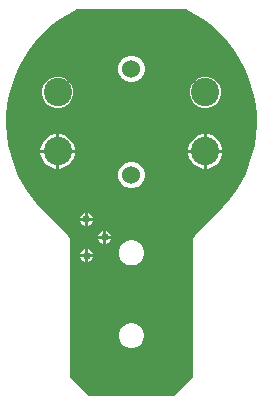
<source format=gtl>
G04*
G04 #@! TF.GenerationSoftware,Altium Limited,Altium Designer,23.8.1 (32)*
G04*
G04 Layer_Physical_Order=1*
G04 Layer_Color=255*
%FSLAX25Y25*%
%MOIN*%
G70*
G04*
G04 #@! TF.SameCoordinates,4B8C02A6-DD82-47D5-92E1-CEE89DD6B1A8*
G04*
G04*
G04 #@! TF.FilePolarity,Positive*
G04*
G01*
G75*
%ADD15C,0.09449*%
%ADD16C,0.06000*%
%ADD17C,0.02400*%
G36*
X18037Y37612D02*
X19141Y37097D01*
X22044Y35449D01*
X24806Y33574D01*
X27410Y31485D01*
X29838Y29194D01*
X32075Y26716D01*
X34108Y24068D01*
X35922Y21265D01*
X37506Y18327D01*
X38851Y15271D01*
X39947Y12118D01*
X40787Y8887D01*
X41367Y5599D01*
X41682Y2276D01*
X41731Y-1062D01*
X41512Y-4394D01*
X41028Y-7697D01*
X40282Y-10951D01*
X39278Y-14135D01*
X38023Y-17228D01*
X36525Y-20211D01*
X34793Y-23066D01*
X32839Y-25772D01*
X30674Y-28314D01*
X29494Y-29494D01*
X21058Y-37930D01*
X20616Y-38592D01*
X20461Y-39372D01*
X20461Y-85155D01*
X14155Y-91461D01*
X-14155D01*
X-20461Y-85155D01*
Y-39372D01*
X-20616Y-38592D01*
X-21058Y-37930D01*
X-29494Y-29494D01*
X-29494Y-29494D01*
X-30674Y-28314D01*
X-32839Y-25772D01*
X-34793Y-23066D01*
X-36525Y-20211D01*
X-38023Y-17228D01*
X-39278Y-14135D01*
X-40282Y-10951D01*
X-41029Y-7697D01*
X-41512Y-4394D01*
X-41731Y-1062D01*
X-41682Y2276D01*
X-41367Y5599D01*
X-40787Y8887D01*
X-39947Y12118D01*
X-38851Y15271D01*
X-37506Y18327D01*
X-35922Y21265D01*
X-34108Y24068D01*
X-32075Y26716D01*
X-29838Y29194D01*
X-27410Y31485D01*
X-24806Y33575D01*
X-22044Y35449D01*
X-19141Y37097D01*
X-18037Y37612D01*
X18037Y37612D01*
D02*
G37*
%LPC*%
G36*
X578Y22108D02*
X-578D01*
X-1695Y21809D01*
X-2697Y21231D01*
X-3514Y20413D01*
X-4092Y19412D01*
X-4392Y18295D01*
Y17138D01*
X-4092Y16021D01*
X-3514Y15020D01*
X-2697Y14202D01*
X-1695Y13624D01*
X-578Y13325D01*
X578D01*
X1695Y13624D01*
X2697Y14202D01*
X3514Y15020D01*
X4092Y16021D01*
X4392Y17138D01*
Y18295D01*
X4092Y19412D01*
X3514Y20413D01*
X2697Y21231D01*
X1695Y21809D01*
X578Y22108D01*
D02*
G37*
G36*
X25294Y15067D02*
X23919D01*
X22590Y14711D01*
X21398Y14023D01*
X20426Y13050D01*
X19738Y11859D01*
X19382Y10530D01*
Y9155D01*
X19738Y7826D01*
X20426Y6635D01*
X21398Y5662D01*
X22590Y4974D01*
X23919Y4618D01*
X25294D01*
X26623Y4974D01*
X27814Y5662D01*
X28787Y6635D01*
X29475Y7826D01*
X29831Y9155D01*
Y10530D01*
X29475Y11859D01*
X28787Y13050D01*
X27814Y14023D01*
X26623Y14711D01*
X25294Y15067D01*
D02*
G37*
G36*
X-23919D02*
X-25294D01*
X-26623Y14711D01*
X-27814Y14023D01*
X-28787Y13050D01*
X-29475Y11859D01*
X-29831Y10530D01*
Y9155D01*
X-29475Y7826D01*
X-28787Y6635D01*
X-27814Y5662D01*
X-26623Y4974D01*
X-25294Y4618D01*
X-23919D01*
X-22590Y4974D01*
X-21398Y5662D01*
X-20426Y6635D01*
X-19738Y7826D01*
X-19382Y9155D01*
Y10530D01*
X-19738Y11859D01*
X-20426Y13050D01*
X-21398Y14023D01*
X-22590Y14711D01*
X-23919Y15067D01*
D02*
G37*
G36*
X25360Y-4118D02*
X25106D01*
Y-9342D01*
X30331D01*
Y-9089D01*
X29941Y-7633D01*
X29187Y-6328D01*
X28121Y-5262D01*
X26816Y-4508D01*
X25360Y-4118D01*
D02*
G37*
G36*
X-23853D02*
X-24106D01*
Y-9342D01*
X-18882D01*
Y-9089D01*
X-19272Y-7633D01*
X-20026Y-6328D01*
X-21091Y-5262D01*
X-22397Y-4508D01*
X-23853Y-4118D01*
D02*
G37*
G36*
X24106D02*
X23853D01*
X22397Y-4508D01*
X21091Y-5262D01*
X20026Y-6328D01*
X19272Y-7633D01*
X18882Y-9089D01*
Y-9342D01*
X24106D01*
Y-4118D01*
D02*
G37*
G36*
X-25106D02*
X-25360D01*
X-26816Y-4508D01*
X-28121Y-5262D01*
X-29187Y-6328D01*
X-29941Y-7633D01*
X-30331Y-9089D01*
Y-9342D01*
X-25106D01*
Y-4118D01*
D02*
G37*
G36*
X30331Y-10343D02*
X25106D01*
Y-15567D01*
X25360D01*
X26816Y-15177D01*
X28121Y-14423D01*
X29187Y-13357D01*
X29941Y-12052D01*
X30331Y-10596D01*
Y-10343D01*
D02*
G37*
G36*
X24106D02*
X18882D01*
Y-10596D01*
X19272Y-12052D01*
X20026Y-13357D01*
X21091Y-14423D01*
X22397Y-15177D01*
X23853Y-15567D01*
X24106D01*
Y-10343D01*
D02*
G37*
G36*
X-18882D02*
X-24106D01*
Y-15567D01*
X-23853D01*
X-22397Y-15177D01*
X-21091Y-14423D01*
X-20026Y-13357D01*
X-19272Y-12052D01*
X-18882Y-10596D01*
Y-10343D01*
D02*
G37*
G36*
X-25106D02*
X-30331D01*
Y-10596D01*
X-29941Y-12052D01*
X-29187Y-13357D01*
X-28121Y-14423D01*
X-26816Y-15177D01*
X-25360Y-15567D01*
X-25106D01*
Y-10343D01*
D02*
G37*
G36*
X578Y-13325D02*
X-578D01*
X-1695Y-13624D01*
X-2697Y-14202D01*
X-3514Y-15020D01*
X-4092Y-16021D01*
X-4392Y-17138D01*
Y-18295D01*
X-4092Y-19412D01*
X-3514Y-20413D01*
X-2697Y-21231D01*
X-1695Y-21809D01*
X-578Y-22108D01*
X578D01*
X1695Y-21809D01*
X2697Y-21231D01*
X3514Y-20413D01*
X4092Y-19412D01*
X4392Y-18295D01*
Y-17138D01*
X4092Y-16021D01*
X3514Y-15020D01*
X2697Y-14202D01*
X1695Y-13624D01*
X578Y-13325D01*
D02*
G37*
G36*
X-14500Y-30326D02*
Y-32000D01*
X-12826D01*
X-13135Y-31254D01*
X-13754Y-30635D01*
X-14500Y-30326D01*
D02*
G37*
G36*
X-15500D02*
X-16246Y-30635D01*
X-16865Y-31254D01*
X-17174Y-32000D01*
X-15500D01*
Y-30326D01*
D02*
G37*
G36*
X-12826Y-33000D02*
X-14500D01*
Y-34674D01*
X-13754Y-34365D01*
X-13135Y-33746D01*
X-12826Y-33000D01*
D02*
G37*
G36*
X-15500D02*
X-17174D01*
X-16865Y-33746D01*
X-16246Y-34365D01*
X-15500Y-34674D01*
Y-33000D01*
D02*
G37*
G36*
X-8417Y-36330D02*
Y-38004D01*
X-6743D01*
X-7052Y-37258D01*
X-7671Y-36639D01*
X-8417Y-36330D01*
D02*
G37*
G36*
X-9417D02*
X-10164Y-36639D01*
X-10782Y-37258D01*
X-11091Y-38004D01*
X-9417D01*
Y-36330D01*
D02*
G37*
G36*
X-6743Y-39004D02*
X-8417D01*
Y-40678D01*
X-7671Y-40369D01*
X-7052Y-39750D01*
X-6743Y-39004D01*
D02*
G37*
G36*
X-9417D02*
X-11091D01*
X-10782Y-39750D01*
X-10164Y-40369D01*
X-9417Y-40678D01*
Y-39004D01*
D02*
G37*
G36*
X-14421Y-42412D02*
Y-44087D01*
X-12747D01*
X-13056Y-43340D01*
X-13675Y-42722D01*
X-14421Y-42412D01*
D02*
G37*
G36*
X-15421D02*
X-16168Y-42722D01*
X-16786Y-43340D01*
X-17096Y-44087D01*
X-15421D01*
Y-42412D01*
D02*
G37*
G36*
X-12747Y-45087D02*
X-14421D01*
Y-46761D01*
X-13675Y-46452D01*
X-13056Y-45833D01*
X-12747Y-45087D01*
D02*
G37*
G36*
X-15421D02*
X-17096D01*
X-16786Y-45833D01*
X-16168Y-46452D01*
X-15421Y-46761D01*
Y-45087D01*
D02*
G37*
G36*
X552Y-39467D02*
X-552D01*
X-1619Y-39752D01*
X-2576Y-40305D01*
X-3357Y-41086D01*
X-3909Y-42042D01*
X-4195Y-43109D01*
Y-44214D01*
X-3909Y-45281D01*
X-3357Y-46237D01*
X-2576Y-47018D01*
X-1619Y-47570D01*
X-552Y-47856D01*
X552D01*
X1619Y-47570D01*
X2576Y-47018D01*
X3357Y-46237D01*
X3909Y-45281D01*
X4195Y-44214D01*
Y-43109D01*
X3909Y-42042D01*
X3357Y-41086D01*
X2576Y-40305D01*
X1619Y-39752D01*
X552Y-39467D01*
D02*
G37*
G36*
Y-67026D02*
X-552D01*
X-1619Y-67312D01*
X-2576Y-67864D01*
X-3357Y-68645D01*
X-3909Y-69601D01*
X-4195Y-70668D01*
Y-71773D01*
X-3909Y-72840D01*
X-3357Y-73796D01*
X-2576Y-74577D01*
X-1619Y-75129D01*
X-552Y-75415D01*
X552D01*
X1619Y-75129D01*
X2576Y-74577D01*
X3357Y-73796D01*
X3909Y-72840D01*
X4195Y-71773D01*
Y-70668D01*
X3909Y-69601D01*
X3357Y-68645D01*
X2576Y-67864D01*
X1619Y-67312D01*
X552Y-67026D01*
D02*
G37*
%LPD*%
D15*
X24606Y-9843D02*
D03*
Y9843D02*
D03*
X-24606Y-9843D02*
D03*
Y9843D02*
D03*
D16*
X0Y-17717D02*
D03*
Y17717D02*
D03*
D17*
X-8917Y-38504D02*
D03*
X-14921Y-44587D02*
D03*
X-15000Y-32500D02*
D03*
M02*

</source>
